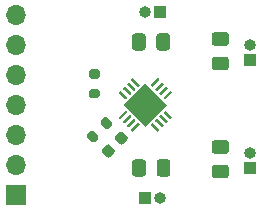
<source format=gbr>
%TF.GenerationSoftware,KiCad,Pcbnew,(5.1.10)-1*%
%TF.CreationDate,2021-07-26T18:41:30-05:00*%
%TF.ProjectId,LDC1314-Breakout,4c444331-3331-4342-9d42-7265616b6f75,rev?*%
%TF.SameCoordinates,Original*%
%TF.FileFunction,Soldermask,Top*%
%TF.FilePolarity,Negative*%
%FSLAX46Y46*%
G04 Gerber Fmt 4.6, Leading zero omitted, Abs format (unit mm)*
G04 Created by KiCad (PCBNEW (5.1.10)-1) date 2021-07-26 18:41:30*
%MOMM*%
%LPD*%
G01*
G04 APERTURE LIST*
%ADD10O,1.000000X1.000000*%
%ADD11R,1.000000X1.000000*%
%ADD12O,1.700000X1.700000*%
%ADD13R,1.700000X1.700000*%
%ADD14C,0.100000*%
G04 APERTURE END LIST*
D10*
%TO.C,J2*%
X172720000Y-119634000D03*
D11*
X172720000Y-120904000D03*
%TD*%
D10*
%TO.C,J3*%
X172720000Y-110490000D03*
D11*
X172720000Y-111760000D03*
%TD*%
%TO.C,R2*%
G36*
G01*
X159237000Y-114217000D02*
X159787000Y-114217000D01*
G75*
G02*
X159987000Y-114417000I0J-200000D01*
G01*
X159987000Y-114817000D01*
G75*
G02*
X159787000Y-115017000I-200000J0D01*
G01*
X159237000Y-115017000D01*
G75*
G02*
X159037000Y-114817000I0J200000D01*
G01*
X159037000Y-114417000D01*
G75*
G02*
X159237000Y-114217000I200000J0D01*
G01*
G37*
G36*
G01*
X159237000Y-112567000D02*
X159787000Y-112567000D01*
G75*
G02*
X159987000Y-112767000I0J-200000D01*
G01*
X159987000Y-113167000D01*
G75*
G02*
X159787000Y-113367000I-200000J0D01*
G01*
X159237000Y-113367000D01*
G75*
G02*
X159037000Y-113167000I0J200000D01*
G01*
X159037000Y-112767000D01*
G75*
G02*
X159237000Y-112567000I200000J0D01*
G01*
G37*
%TD*%
D10*
%TO.C,J1*%
X165100000Y-123444000D03*
D11*
X163830000Y-123444000D03*
%TD*%
D10*
%TO.C,J4*%
X163830000Y-107696000D03*
D11*
X165100000Y-107696000D03*
%TD*%
D12*
%TO.C,J5*%
X152908000Y-107950000D03*
X152908000Y-110490000D03*
X152908000Y-113030000D03*
X152908000Y-115570000D03*
X152908000Y-118110000D03*
X152908000Y-120650000D03*
D13*
X152908000Y-123190000D03*
%TD*%
D14*
%TO.C,U1*%
G36*
X161991522Y-115570000D02*
G01*
X163830000Y-113731522D01*
X165668478Y-115570000D01*
X163830000Y-117408478D01*
X161991522Y-115570000D01*
G37*
G36*
G01*
X164316136Y-113846428D02*
X164846466Y-113316098D01*
G75*
G02*
X164934854Y-113316098I44194J-44194D01*
G01*
X165023242Y-113404486D01*
G75*
G02*
X165023242Y-113492874I-44194J-44194D01*
G01*
X164492912Y-114023204D01*
G75*
G02*
X164404524Y-114023204I-44194J44194D01*
G01*
X164316136Y-113934816D01*
G75*
G02*
X164316136Y-113846428I44194J44194D01*
G01*
G37*
G36*
G01*
X164669690Y-114199981D02*
X165200020Y-113669651D01*
G75*
G02*
X165288408Y-113669651I44194J-44194D01*
G01*
X165376796Y-113758039D01*
G75*
G02*
X165376796Y-113846427I-44194J-44194D01*
G01*
X164846466Y-114376757D01*
G75*
G02*
X164758078Y-114376757I-44194J44194D01*
G01*
X164669690Y-114288369D01*
G75*
G02*
X164669690Y-114199981I44194J44194D01*
G01*
G37*
G36*
G01*
X165023243Y-114553534D02*
X165553573Y-114023204D01*
G75*
G02*
X165641961Y-114023204I44194J-44194D01*
G01*
X165730349Y-114111592D01*
G75*
G02*
X165730349Y-114199980I-44194J-44194D01*
G01*
X165200019Y-114730310D01*
G75*
G02*
X165111631Y-114730310I-44194J44194D01*
G01*
X165023243Y-114641922D01*
G75*
G02*
X165023243Y-114553534I44194J44194D01*
G01*
G37*
G36*
G01*
X165376796Y-114907088D02*
X165907126Y-114376758D01*
G75*
G02*
X165995514Y-114376758I44194J-44194D01*
G01*
X166083902Y-114465146D01*
G75*
G02*
X166083902Y-114553534I-44194J-44194D01*
G01*
X165553572Y-115083864D01*
G75*
G02*
X165465184Y-115083864I-44194J44194D01*
G01*
X165376796Y-114995476D01*
G75*
G02*
X165376796Y-114907088I44194J44194D01*
G01*
G37*
G36*
G01*
X165376796Y-116144524D02*
X165465184Y-116056136D01*
G75*
G02*
X165553572Y-116056136I44194J-44194D01*
G01*
X166083902Y-116586466D01*
G75*
G02*
X166083902Y-116674854I-44194J-44194D01*
G01*
X165995514Y-116763242D01*
G75*
G02*
X165907126Y-116763242I-44194J44194D01*
G01*
X165376796Y-116232912D01*
G75*
G02*
X165376796Y-116144524I44194J44194D01*
G01*
G37*
G36*
G01*
X165023243Y-116498078D02*
X165111631Y-116409690D01*
G75*
G02*
X165200019Y-116409690I44194J-44194D01*
G01*
X165730349Y-116940020D01*
G75*
G02*
X165730349Y-117028408I-44194J-44194D01*
G01*
X165641961Y-117116796D01*
G75*
G02*
X165553573Y-117116796I-44194J44194D01*
G01*
X165023243Y-116586466D01*
G75*
G02*
X165023243Y-116498078I44194J44194D01*
G01*
G37*
G36*
G01*
X164669690Y-116851631D02*
X164758078Y-116763243D01*
G75*
G02*
X164846466Y-116763243I44194J-44194D01*
G01*
X165376796Y-117293573D01*
G75*
G02*
X165376796Y-117381961I-44194J-44194D01*
G01*
X165288408Y-117470349D01*
G75*
G02*
X165200020Y-117470349I-44194J44194D01*
G01*
X164669690Y-116940019D01*
G75*
G02*
X164669690Y-116851631I44194J44194D01*
G01*
G37*
G36*
G01*
X164316136Y-117205184D02*
X164404524Y-117116796D01*
G75*
G02*
X164492912Y-117116796I44194J-44194D01*
G01*
X165023242Y-117647126D01*
G75*
G02*
X165023242Y-117735514I-44194J-44194D01*
G01*
X164934854Y-117823902D01*
G75*
G02*
X164846466Y-117823902I-44194J44194D01*
G01*
X164316136Y-117293572D01*
G75*
G02*
X164316136Y-117205184I44194J44194D01*
G01*
G37*
G36*
G01*
X162636758Y-117647126D02*
X163167088Y-117116796D01*
G75*
G02*
X163255476Y-117116796I44194J-44194D01*
G01*
X163343864Y-117205184D01*
G75*
G02*
X163343864Y-117293572I-44194J-44194D01*
G01*
X162813534Y-117823902D01*
G75*
G02*
X162725146Y-117823902I-44194J44194D01*
G01*
X162636758Y-117735514D01*
G75*
G02*
X162636758Y-117647126I44194J44194D01*
G01*
G37*
G36*
G01*
X162283204Y-117293573D02*
X162813534Y-116763243D01*
G75*
G02*
X162901922Y-116763243I44194J-44194D01*
G01*
X162990310Y-116851631D01*
G75*
G02*
X162990310Y-116940019I-44194J-44194D01*
G01*
X162459980Y-117470349D01*
G75*
G02*
X162371592Y-117470349I-44194J44194D01*
G01*
X162283204Y-117381961D01*
G75*
G02*
X162283204Y-117293573I44194J44194D01*
G01*
G37*
G36*
G01*
X161929651Y-116940020D02*
X162459981Y-116409690D01*
G75*
G02*
X162548369Y-116409690I44194J-44194D01*
G01*
X162636757Y-116498078D01*
G75*
G02*
X162636757Y-116586466I-44194J-44194D01*
G01*
X162106427Y-117116796D01*
G75*
G02*
X162018039Y-117116796I-44194J44194D01*
G01*
X161929651Y-117028408D01*
G75*
G02*
X161929651Y-116940020I44194J44194D01*
G01*
G37*
G36*
G01*
X161576098Y-116586466D02*
X162106428Y-116056136D01*
G75*
G02*
X162194816Y-116056136I44194J-44194D01*
G01*
X162283204Y-116144524D01*
G75*
G02*
X162283204Y-116232912I-44194J-44194D01*
G01*
X161752874Y-116763242D01*
G75*
G02*
X161664486Y-116763242I-44194J44194D01*
G01*
X161576098Y-116674854D01*
G75*
G02*
X161576098Y-116586466I44194J44194D01*
G01*
G37*
G36*
G01*
X161576098Y-114465146D02*
X161664486Y-114376758D01*
G75*
G02*
X161752874Y-114376758I44194J-44194D01*
G01*
X162283204Y-114907088D01*
G75*
G02*
X162283204Y-114995476I-44194J-44194D01*
G01*
X162194816Y-115083864D01*
G75*
G02*
X162106428Y-115083864I-44194J44194D01*
G01*
X161576098Y-114553534D01*
G75*
G02*
X161576098Y-114465146I44194J44194D01*
G01*
G37*
G36*
G01*
X161929651Y-114111592D02*
X162018039Y-114023204D01*
G75*
G02*
X162106427Y-114023204I44194J-44194D01*
G01*
X162636757Y-114553534D01*
G75*
G02*
X162636757Y-114641922I-44194J-44194D01*
G01*
X162548369Y-114730310D01*
G75*
G02*
X162459981Y-114730310I-44194J44194D01*
G01*
X161929651Y-114199980D01*
G75*
G02*
X161929651Y-114111592I44194J44194D01*
G01*
G37*
G36*
G01*
X162283204Y-113758039D02*
X162371592Y-113669651D01*
G75*
G02*
X162459980Y-113669651I44194J-44194D01*
G01*
X162990310Y-114199981D01*
G75*
G02*
X162990310Y-114288369I-44194J-44194D01*
G01*
X162901922Y-114376757D01*
G75*
G02*
X162813534Y-114376757I-44194J44194D01*
G01*
X162283204Y-113846427D01*
G75*
G02*
X162283204Y-113758039I44194J44194D01*
G01*
G37*
G36*
G01*
X162636758Y-113404486D02*
X162725146Y-113316098D01*
G75*
G02*
X162813534Y-113316098I44194J-44194D01*
G01*
X163343864Y-113846428D01*
G75*
G02*
X163343864Y-113934816I-44194J-44194D01*
G01*
X163255476Y-114023204D01*
G75*
G02*
X163167088Y-114023204I-44194J44194D01*
G01*
X162636758Y-113492874D01*
G75*
G02*
X162636758Y-113404486I44194J44194D01*
G01*
G37*
%TD*%
%TO.C,R1*%
G36*
G01*
X159449662Y-117783429D02*
X159838571Y-118172338D01*
G75*
G02*
X159838571Y-118455180I-141421J-141421D01*
G01*
X159555728Y-118738023D01*
G75*
G02*
X159272886Y-118738023I-141421J141421D01*
G01*
X158883977Y-118349114D01*
G75*
G02*
X158883977Y-118066272I141421J141421D01*
G01*
X159166820Y-117783429D01*
G75*
G02*
X159449662Y-117783429I141421J-141421D01*
G01*
G37*
G36*
G01*
X160616388Y-116616703D02*
X161005297Y-117005612D01*
G75*
G02*
X161005297Y-117288454I-141421J-141421D01*
G01*
X160722454Y-117571297D01*
G75*
G02*
X160439612Y-117571297I-141421J141421D01*
G01*
X160050703Y-117182388D01*
G75*
G02*
X160050703Y-116899546I141421J141421D01*
G01*
X160333546Y-116616703D01*
G75*
G02*
X160616388Y-116616703I141421J-141421D01*
G01*
G37*
%TD*%
%TO.C,C5*%
G36*
G01*
X160843405Y-118965041D02*
X161196959Y-119318595D01*
G75*
G02*
X161196959Y-119636793I-159099J-159099D01*
G01*
X160878761Y-119954991D01*
G75*
G02*
X160560563Y-119954991I-159099J159099D01*
G01*
X160207009Y-119601437D01*
G75*
G02*
X160207009Y-119283239I159099J159099D01*
G01*
X160525207Y-118965041D01*
G75*
G02*
X160843405Y-118965041I159099J-159099D01*
G01*
G37*
G36*
G01*
X161939421Y-117869025D02*
X162292975Y-118222579D01*
G75*
G02*
X162292975Y-118540777I-159099J-159099D01*
G01*
X161974777Y-118858975D01*
G75*
G02*
X161656579Y-118858975I-159099J159099D01*
G01*
X161303025Y-118505421D01*
G75*
G02*
X161303025Y-118187223I159099J159099D01*
G01*
X161621223Y-117869025D01*
G75*
G02*
X161939421Y-117869025I159099J-159099D01*
G01*
G37*
%TD*%
%TO.C,C4*%
G36*
G01*
X163866500Y-109761000D02*
X163866500Y-110711000D01*
G75*
G02*
X163616500Y-110961000I-250000J0D01*
G01*
X162941500Y-110961000D01*
G75*
G02*
X162691500Y-110711000I0J250000D01*
G01*
X162691500Y-109761000D01*
G75*
G02*
X162941500Y-109511000I250000J0D01*
G01*
X163616500Y-109511000D01*
G75*
G02*
X163866500Y-109761000I0J-250000D01*
G01*
G37*
G36*
G01*
X165941500Y-109761000D02*
X165941500Y-110711000D01*
G75*
G02*
X165691500Y-110961000I-250000J0D01*
G01*
X165016500Y-110961000D01*
G75*
G02*
X164766500Y-110711000I0J250000D01*
G01*
X164766500Y-109761000D01*
G75*
G02*
X165016500Y-109511000I250000J0D01*
G01*
X165691500Y-109511000D01*
G75*
G02*
X165941500Y-109761000I0J-250000D01*
G01*
G37*
%TD*%
%TO.C,C3*%
G36*
G01*
X170655000Y-110569500D02*
X169705000Y-110569500D01*
G75*
G02*
X169455000Y-110319500I0J250000D01*
G01*
X169455000Y-109644500D01*
G75*
G02*
X169705000Y-109394500I250000J0D01*
G01*
X170655000Y-109394500D01*
G75*
G02*
X170905000Y-109644500I0J-250000D01*
G01*
X170905000Y-110319500D01*
G75*
G02*
X170655000Y-110569500I-250000J0D01*
G01*
G37*
G36*
G01*
X170655000Y-112644500D02*
X169705000Y-112644500D01*
G75*
G02*
X169455000Y-112394500I0J250000D01*
G01*
X169455000Y-111719500D01*
G75*
G02*
X169705000Y-111469500I250000J0D01*
G01*
X170655000Y-111469500D01*
G75*
G02*
X170905000Y-111719500I0J-250000D01*
G01*
X170905000Y-112394500D01*
G75*
G02*
X170655000Y-112644500I-250000J0D01*
G01*
G37*
%TD*%
%TO.C,C2*%
G36*
G01*
X170655000Y-119713500D02*
X169705000Y-119713500D01*
G75*
G02*
X169455000Y-119463500I0J250000D01*
G01*
X169455000Y-118788500D01*
G75*
G02*
X169705000Y-118538500I250000J0D01*
G01*
X170655000Y-118538500D01*
G75*
G02*
X170905000Y-118788500I0J-250000D01*
G01*
X170905000Y-119463500D01*
G75*
G02*
X170655000Y-119713500I-250000J0D01*
G01*
G37*
G36*
G01*
X170655000Y-121788500D02*
X169705000Y-121788500D01*
G75*
G02*
X169455000Y-121538500I0J250000D01*
G01*
X169455000Y-120863500D01*
G75*
G02*
X169705000Y-120613500I250000J0D01*
G01*
X170655000Y-120613500D01*
G75*
G02*
X170905000Y-120863500I0J-250000D01*
G01*
X170905000Y-121538500D01*
G75*
G02*
X170655000Y-121788500I-250000J0D01*
G01*
G37*
%TD*%
%TO.C,C1*%
G36*
G01*
X164788000Y-121379000D02*
X164788000Y-120429000D01*
G75*
G02*
X165038000Y-120179000I250000J0D01*
G01*
X165713000Y-120179000D01*
G75*
G02*
X165963000Y-120429000I0J-250000D01*
G01*
X165963000Y-121379000D01*
G75*
G02*
X165713000Y-121629000I-250000J0D01*
G01*
X165038000Y-121629000D01*
G75*
G02*
X164788000Y-121379000I0J250000D01*
G01*
G37*
G36*
G01*
X162713000Y-121379000D02*
X162713000Y-120429000D01*
G75*
G02*
X162963000Y-120179000I250000J0D01*
G01*
X163638000Y-120179000D01*
G75*
G02*
X163888000Y-120429000I0J-250000D01*
G01*
X163888000Y-121379000D01*
G75*
G02*
X163638000Y-121629000I-250000J0D01*
G01*
X162963000Y-121629000D01*
G75*
G02*
X162713000Y-121379000I0J250000D01*
G01*
G37*
%TD*%
M02*

</source>
